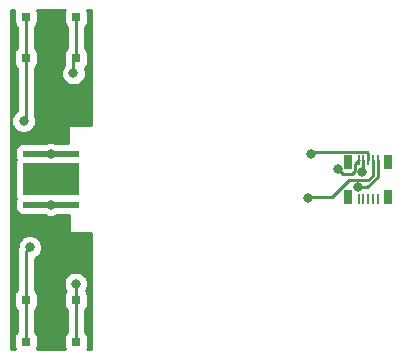
<source format=gbr>
%TF.GenerationSoftware,KiCad,Pcbnew,(5.99.0-2309-gaf729d578)*%
%TF.CreationDate,2020-08-02T15:34:59-04:00*%
%TF.ProjectId,flex,666c6578-2e6b-4696-9361-645f70636258,rev?*%
%TF.SameCoordinates,Original*%
%TF.FileFunction,Copper,L2,Bot*%
%TF.FilePolarity,Positive*%
%FSLAX46Y46*%
G04 Gerber Fmt 4.6, Leading zero omitted, Abs format (unit mm)*
G04 Created by KiCad (PCBNEW (5.99.0-2309-gaf729d578)) date 2020-08-02 15:34:59*
%MOMM*%
%LPD*%
G01*
G04 APERTURE LIST*
%TA.AperFunction,SMDPad,CuDef*%
%ADD10R,0.750000X0.700000*%
%TD*%
%TA.AperFunction,SMDPad,CuDef*%
%ADD11R,0.700000X1.200000*%
%TD*%
%TA.AperFunction,SMDPad,CuDef*%
%ADD12R,0.230000X0.920000*%
%TD*%
%TA.AperFunction,SMDPad,CuDef*%
%ADD13R,4.780000X2.780000*%
%TD*%
%TA.AperFunction,SMDPad,CuDef*%
%ADD14R,4.780000X0.500000*%
%TD*%
%TA.AperFunction,ViaPad*%
%ADD15C,0.800000*%
%TD*%
%TA.AperFunction,Conductor*%
%ADD16C,0.250000*%
%TD*%
%TA.AperFunction,NonConductor*%
%ADD17C,0.254000*%
%TD*%
G04 APERTURE END LIST*
D10*
%TO.P,SW2,2,2*%
%TO.N,GND*%
X-13125000Y-33750000D03*
%TO.P,SW2,1,1*%
%TO.N,BUTTON4*%
X-8875000Y-33750000D03*
%TO.P,SW2,2,2*%
%TO.N,GND*%
X-13125000Y-30250000D03*
%TO.P,SW2,1,1*%
%TO.N,BUTTON4*%
X-8875000Y-30250000D03*
%TD*%
%TO.P,SW1,2,2*%
%TO.N,GND*%
X-13125000Y-9750000D03*
%TO.P,SW1,1,1*%
%TO.N,BUTTON2*%
X-8875000Y-9750000D03*
%TO.P,SW1,2,2*%
%TO.N,GND*%
X-13125000Y-6250000D03*
%TO.P,SW1,1,1*%
%TO.N,BUTTON2*%
X-8875000Y-6250000D03*
%TD*%
D11*
%TO.P,P1,P2*%
%TO.N,N/C*%
X17570000Y-21500000D03*
%TO.P,P1,P4*%
X17570000Y-18500000D03*
%TO.P,P1,P3*%
X14170000Y-18500000D03*
%TO.P,P1,P1*%
X14170000Y-21500000D03*
D12*
%TO.P,P1,9,9*%
%TO.N,GND*%
X16670000Y-18360000D03*
%TO.P,P1,1,1*%
%TO.N,VIN*%
X15070000Y-18360000D03*
%TO.P,P1,7,7*%
%TO.N,BUTTON4*%
X16270000Y-18360000D03*
%TO.P,P1,3,3*%
%TO.N,FLASHLIGHT*%
X15470000Y-18360000D03*
%TO.P,P1,5,5*%
%TO.N,BUTTON2*%
X15870000Y-18360000D03*
%TO.P,P1,10,10*%
%TO.N,Net-(P1-Pad10)*%
X16670000Y-21640000D03*
%TO.P,P1,2,2*%
%TO.N,VCC*%
X15070000Y-21640000D03*
%TO.P,P1,8,8*%
%TO.N,Net-(P1-Pad8)*%
X16270000Y-21640000D03*
%TO.P,P1,4,4*%
%TO.N,Net-(P1-Pad4)*%
X15470000Y-21640000D03*
%TO.P,P1,6,6*%
%TO.N,Net-(P1-Pad6)*%
X15870000Y-21640000D03*
%TD*%
D13*
%TO.P,D1,*%
%TO.N,*%
X-11000000Y-20000000D03*
D14*
%TO.P,D1,2,A*%
%TO.N,Net-(D1-Pad2)*%
X-11000000Y-22140000D03*
%TO.P,D1,1,K*%
%TO.N,Net-(D1-Pad1)*%
X-11000000Y-17860000D03*
%TD*%
D15*
%TO.N,GND*%
X-13309600Y-15062200D03*
X-12776200Y-25755600D03*
%TO.N,BUTTON4*%
X10744200Y-21564600D03*
%TO.N,GND*%
X15018922Y-20691010D03*
%TO.N,FLASHLIGHT*%
X15366608Y-19345142D03*
%TO.N,BUTTON4*%
X-8890000Y-28854400D03*
%TO.N,BUTTON2*%
X-9093200Y-11023600D03*
X11049000Y-17881600D03*
%TO.N,Net-(D1-Pad2)*%
X-11000000Y-22140000D03*
%TO.N,Net-(D1-Pad1)*%
X-11000000Y-17860000D03*
%TO.N,VIN*%
X13320883Y-19129709D03*
%TD*%
D16*
%TO.N,GND*%
X-13125000Y-9750000D02*
X-13125000Y-14877600D01*
X-13125000Y-14877600D02*
X-13309600Y-15062200D01*
X-13125000Y-30250000D02*
X-13125000Y-26104400D01*
X-13125000Y-26104400D02*
X-12776200Y-25755600D01*
%TO.N,VIN*%
X14745001Y-19280001D02*
X14495294Y-19529708D01*
%TO.N,GND*%
X16670000Y-18360000D02*
X16670000Y-19786611D01*
%TO.N,BUTTON4*%
X16270000Y-18360000D02*
X16270000Y-19691621D01*
%TO.N,GND*%
X15765601Y-20691010D02*
X15018922Y-20691010D01*
%TO.N,BUTTON4*%
X12775798Y-21539200D02*
X12014200Y-21539200D01*
X16270000Y-19691621D02*
X15895612Y-20066009D01*
X12014200Y-21539200D02*
X10769600Y-21539200D01*
%TO.N,VIN*%
X13720882Y-19529708D02*
X13320883Y-19129709D01*
%TO.N,BUTTON4*%
X10769600Y-21539200D02*
X10744200Y-21564600D01*
%TO.N,VIN*%
X14745001Y-18684999D02*
X14745001Y-19280001D01*
%TO.N,BUTTON4*%
X-8890000Y-28854400D02*
X-8890000Y-30235000D01*
%TO.N,VIN*%
X14495294Y-19529708D02*
X13720882Y-19529708D01*
%TO.N,BUTTON4*%
X15895612Y-20066009D02*
X14248989Y-20066009D01*
X14248989Y-20066009D02*
X12775798Y-21539200D01*
%TO.N,FLASHLIGHT*%
X15470000Y-19241750D02*
X15366608Y-19345142D01*
X15470000Y-18360000D02*
X15470000Y-19241750D01*
%TO.N,GND*%
X16670000Y-19786611D02*
X15765601Y-20691010D01*
%TO.N,VIN*%
X15070000Y-18360000D02*
X14745001Y-18684999D01*
%TO.N,BUTTON4*%
X-8890000Y-30235000D02*
X-8875000Y-30250000D01*
%TO.N,BUTTON2*%
X-9093200Y-9968200D02*
X-8875000Y-9750000D01*
X15870000Y-18360000D02*
X15870000Y-17779998D01*
X15870000Y-17779998D02*
X15743002Y-17653000D01*
X15743002Y-17653000D02*
X11277600Y-17653000D01*
X11277600Y-17653000D02*
X11049000Y-17881600D01*
X-9093200Y-11023600D02*
X-9093200Y-9968200D01*
%TO.N,GND*%
X-13125000Y-30250000D02*
X-13125000Y-33750000D01*
%TO.N,BUTTON4*%
X-8875000Y-30250000D02*
X-8875000Y-33750000D01*
%TO.N,GND*%
X-13125000Y-6250000D02*
X-13125000Y-9750000D01*
%TO.N,BUTTON2*%
X-8875000Y-9750000D02*
X-8875000Y-6250000D01*
%TD*%
D17*
X-14099359Y-5670120D02*
X-14106900Y-5690837D01*
X-14140878Y-5883538D01*
X-14141837Y-5894499D01*
X-14141837Y-6608258D01*
X-14139681Y-6624634D01*
X-14064863Y-6903858D01*
X-14052120Y-6928338D01*
X-13921010Y-7084590D01*
X-13904121Y-7098762D01*
X-13886000Y-7109224D01*
X-13885999Y-8896263D01*
X-13984590Y-8978990D01*
X-13998761Y-8995879D01*
X-14099359Y-9170120D01*
X-14106900Y-9190837D01*
X-14140878Y-9383538D01*
X-14141837Y-9394499D01*
X-14141837Y-10108258D01*
X-14139681Y-10124634D01*
X-14064863Y-10403859D01*
X-14052120Y-10428339D01*
X-13921010Y-10584590D01*
X-13904120Y-10598762D01*
X-13886000Y-10609223D01*
X-13885999Y-14198715D01*
X-13938505Y-14229029D01*
X-13951609Y-14239084D01*
X-14132716Y-14420191D01*
X-14142771Y-14433295D01*
X-14270833Y-14655105D01*
X-14277154Y-14670365D01*
X-14343444Y-14917762D01*
X-14345600Y-14934138D01*
X-14345600Y-15190262D01*
X-14343444Y-15206638D01*
X-14277154Y-15454035D01*
X-14270833Y-15469295D01*
X-14142771Y-15691105D01*
X-14132716Y-15704209D01*
X-13951609Y-15885316D01*
X-13938505Y-15895371D01*
X-13716695Y-16023433D01*
X-13701435Y-16029754D01*
X-13454038Y-16096044D01*
X-13437662Y-16098200D01*
X-13181538Y-16098200D01*
X-13165162Y-16096044D01*
X-12917765Y-16029754D01*
X-12902505Y-16023433D01*
X-12680695Y-15895371D01*
X-12667591Y-15885316D01*
X-12486484Y-15704209D01*
X-12476429Y-15691105D01*
X-12348367Y-15469295D01*
X-12342046Y-15454035D01*
X-12275756Y-15206638D01*
X-12273600Y-15190262D01*
X-12273600Y-14934138D01*
X-12275756Y-14917762D01*
X-12342046Y-14670365D01*
X-12348367Y-14655105D01*
X-12364000Y-14628028D01*
X-12364000Y-10603736D01*
X-12265410Y-10521010D01*
X-12251239Y-10504121D01*
X-12150641Y-10329880D01*
X-12143100Y-10309163D01*
X-12109122Y-10116462D01*
X-12108163Y-10105501D01*
X-12108163Y-9391742D01*
X-12110319Y-9375366D01*
X-12185137Y-9096142D01*
X-12197880Y-9071662D01*
X-12328990Y-8915410D01*
X-12345879Y-8901238D01*
X-12364000Y-8890776D01*
X-12364000Y-7103736D01*
X-12265410Y-7021010D01*
X-12251239Y-7004121D01*
X-12150641Y-6829880D01*
X-12143100Y-6809163D01*
X-12109122Y-6616462D01*
X-12108163Y-6605501D01*
X-12108163Y-5891742D01*
X-12110319Y-5875366D01*
X-12174993Y-5634000D01*
X-9828505Y-5634000D01*
X-9849359Y-5670120D01*
X-9856900Y-5690837D01*
X-9890878Y-5883538D01*
X-9891837Y-5894499D01*
X-9891837Y-6608258D01*
X-9889681Y-6624634D01*
X-9814863Y-6903858D01*
X-9802120Y-6928338D01*
X-9671010Y-7084590D01*
X-9654121Y-7098761D01*
X-9635999Y-7109224D01*
X-9636000Y-8896264D01*
X-9734590Y-8978990D01*
X-9748761Y-8995879D01*
X-9849359Y-9170120D01*
X-9856900Y-9190837D01*
X-9890878Y-9383538D01*
X-9891837Y-9394499D01*
X-9891837Y-10108259D01*
X-9889681Y-10124634D01*
X-9854199Y-10257055D01*
X-9854199Y-10319475D01*
X-9916316Y-10381591D01*
X-9926371Y-10394695D01*
X-10054433Y-10616505D01*
X-10060754Y-10631765D01*
X-10127044Y-10879162D01*
X-10129200Y-10895538D01*
X-10129200Y-11151662D01*
X-10127044Y-11168038D01*
X-10060754Y-11415435D01*
X-10054433Y-11430695D01*
X-9926371Y-11652505D01*
X-9916316Y-11665609D01*
X-9735209Y-11846716D01*
X-9722105Y-11856771D01*
X-9500295Y-11984833D01*
X-9485035Y-11991154D01*
X-9237638Y-12057444D01*
X-9221262Y-12059600D01*
X-8965138Y-12059600D01*
X-8948762Y-12057444D01*
X-8701365Y-11991154D01*
X-8686105Y-11984833D01*
X-8464295Y-11856771D01*
X-8451191Y-11846716D01*
X-8270084Y-11665609D01*
X-8260029Y-11652505D01*
X-8131967Y-11430695D01*
X-8125646Y-11415435D01*
X-8059356Y-11168038D01*
X-8057200Y-11151662D01*
X-8057200Y-10895538D01*
X-8059356Y-10879162D01*
X-8125646Y-10631765D01*
X-8131258Y-10618217D01*
X-8015410Y-10521010D01*
X-8001239Y-10504121D01*
X-7900641Y-10329880D01*
X-7893100Y-10309163D01*
X-7859122Y-10116462D01*
X-7858163Y-10105501D01*
X-7858163Y-9391742D01*
X-7860319Y-9375366D01*
X-7935137Y-9096142D01*
X-7947880Y-9071662D01*
X-8078990Y-8915410D01*
X-8095879Y-8901238D01*
X-8114000Y-8890776D01*
X-8114000Y-7103736D01*
X-8015410Y-7021010D01*
X-8001239Y-7004121D01*
X-7900641Y-6829880D01*
X-7893100Y-6809163D01*
X-7859122Y-6616462D01*
X-7858163Y-6605501D01*
X-7858163Y-5891742D01*
X-7860319Y-5875366D01*
X-7924993Y-5634000D01*
X-7633999Y-5634000D01*
X-7634000Y-15430769D01*
X-9452191Y-15430769D01*
X-9526000Y-15504578D01*
X-9526000Y-16968163D01*
X-10472708Y-16968163D01*
X-10592905Y-16898767D01*
X-10608165Y-16892446D01*
X-10855562Y-16826156D01*
X-10871938Y-16824000D01*
X-11128062Y-16824000D01*
X-11144438Y-16826156D01*
X-11391835Y-16892446D01*
X-11407095Y-16898767D01*
X-11527292Y-16968163D01*
X-13398258Y-16968163D01*
X-13414634Y-16970319D01*
X-13693859Y-17045137D01*
X-13718339Y-17057880D01*
X-13874590Y-17188990D01*
X-13888761Y-17205879D01*
X-13989359Y-17380120D01*
X-13996900Y-17400837D01*
X-14030878Y-17593538D01*
X-14031837Y-17604499D01*
X-14031837Y-18118258D01*
X-14029681Y-18134634D01*
X-13971973Y-18350006D01*
X-13989359Y-18380120D01*
X-13996900Y-18400837D01*
X-14030878Y-18593538D01*
X-14031837Y-18604499D01*
X-14031837Y-21398258D01*
X-14029681Y-21414634D01*
X-13971973Y-21630006D01*
X-13989359Y-21660120D01*
X-13996900Y-21680837D01*
X-14030878Y-21873538D01*
X-14031837Y-21884499D01*
X-14031837Y-22398258D01*
X-14029681Y-22414634D01*
X-13954863Y-22693859D01*
X-13942120Y-22718339D01*
X-13811010Y-22874590D01*
X-13794121Y-22888761D01*
X-13619880Y-22989359D01*
X-13599163Y-22996900D01*
X-13406462Y-23030878D01*
X-13395501Y-23031837D01*
X-11527292Y-23031837D01*
X-11407095Y-23101233D01*
X-11391835Y-23107554D01*
X-11144438Y-23173844D01*
X-11128062Y-23176000D01*
X-10871938Y-23176000D01*
X-10855562Y-23173844D01*
X-10608165Y-23107554D01*
X-10592905Y-23101233D01*
X-10472708Y-23031837D01*
X-9426000Y-23031837D01*
X-9426000Y-24452191D01*
X-9352191Y-24526000D01*
X-7633999Y-24526000D01*
X-7634000Y-34366000D01*
X-7921495Y-34366000D01*
X-7900641Y-34329880D01*
X-7893100Y-34309163D01*
X-7859122Y-34116462D01*
X-7858163Y-34105501D01*
X-7858163Y-33391742D01*
X-7860319Y-33375366D01*
X-7935137Y-33096142D01*
X-7947880Y-33071662D01*
X-8078990Y-32915410D01*
X-8095879Y-32901238D01*
X-8114000Y-32890776D01*
X-8114000Y-31103736D01*
X-8015410Y-31021010D01*
X-8001239Y-31004121D01*
X-7900641Y-30829880D01*
X-7893100Y-30809163D01*
X-7859122Y-30616462D01*
X-7858163Y-30605501D01*
X-7858163Y-29891742D01*
X-7860319Y-29875366D01*
X-7935137Y-29596142D01*
X-7947880Y-29571662D01*
X-8042641Y-29458730D01*
X-7928767Y-29261495D01*
X-7922446Y-29246235D01*
X-7856156Y-28998838D01*
X-7854000Y-28982462D01*
X-7854000Y-28726338D01*
X-7856156Y-28709962D01*
X-7922446Y-28462565D01*
X-7928767Y-28447305D01*
X-8056829Y-28225495D01*
X-8066884Y-28212391D01*
X-8247991Y-28031284D01*
X-8261095Y-28021229D01*
X-8482905Y-27893167D01*
X-8498165Y-27886846D01*
X-8745562Y-27820556D01*
X-8761938Y-27818400D01*
X-9018062Y-27818400D01*
X-9034438Y-27820556D01*
X-9281835Y-27886846D01*
X-9297095Y-27893167D01*
X-9518905Y-28021229D01*
X-9532009Y-28031284D01*
X-9713116Y-28212391D01*
X-9723171Y-28225495D01*
X-9851233Y-28447305D01*
X-9857554Y-28462565D01*
X-9923844Y-28709962D01*
X-9926000Y-28726338D01*
X-9926000Y-28982462D01*
X-9923844Y-28998838D01*
X-9857554Y-29246235D01*
X-9851233Y-29261495D01*
X-9728576Y-29473944D01*
X-9734590Y-29478990D01*
X-9748761Y-29495879D01*
X-9849359Y-29670120D01*
X-9856900Y-29690837D01*
X-9890878Y-29883538D01*
X-9891837Y-29894499D01*
X-9891837Y-30608258D01*
X-9889681Y-30624634D01*
X-9814863Y-30903859D01*
X-9802120Y-30928339D01*
X-9671010Y-31084590D01*
X-9654120Y-31098762D01*
X-9636000Y-31109223D01*
X-9635999Y-32896263D01*
X-9734590Y-32978990D01*
X-9748761Y-32995879D01*
X-9849359Y-33170120D01*
X-9856900Y-33190837D01*
X-9890878Y-33383538D01*
X-9891837Y-33394499D01*
X-9891837Y-34108258D01*
X-9889681Y-34124634D01*
X-9825007Y-34366000D01*
X-12171495Y-34366000D01*
X-12150641Y-34329880D01*
X-12143100Y-34309163D01*
X-12109122Y-34116462D01*
X-12108163Y-34105501D01*
X-12108163Y-33391742D01*
X-12110319Y-33375366D01*
X-12185137Y-33096142D01*
X-12197880Y-33071662D01*
X-12328990Y-32915410D01*
X-12345879Y-32901238D01*
X-12364000Y-32890776D01*
X-12364000Y-31103736D01*
X-12265410Y-31021010D01*
X-12251239Y-31004121D01*
X-12150641Y-30829880D01*
X-12143100Y-30809163D01*
X-12109122Y-30616462D01*
X-12108163Y-30605501D01*
X-12108163Y-29891742D01*
X-12110319Y-29875366D01*
X-12185137Y-29596142D01*
X-12197880Y-29571662D01*
X-12328990Y-29415410D01*
X-12345879Y-29401238D01*
X-12364000Y-29390776D01*
X-12364000Y-26713886D01*
X-12147295Y-26588771D01*
X-12134191Y-26578716D01*
X-11953084Y-26397609D01*
X-11943029Y-26384505D01*
X-11814967Y-26162695D01*
X-11808646Y-26147435D01*
X-11742356Y-25900038D01*
X-11740200Y-25883662D01*
X-11740200Y-25627538D01*
X-11742356Y-25611162D01*
X-11808646Y-25363765D01*
X-11814967Y-25348505D01*
X-11943029Y-25126695D01*
X-11953084Y-25113591D01*
X-12134191Y-24932484D01*
X-12147295Y-24922429D01*
X-12369105Y-24794367D01*
X-12384365Y-24788046D01*
X-12631762Y-24721756D01*
X-12648138Y-24719600D01*
X-12904262Y-24719600D01*
X-12920638Y-24721756D01*
X-13168035Y-24788046D01*
X-13183295Y-24794367D01*
X-13405105Y-24922429D01*
X-13418209Y-24932484D01*
X-13599316Y-25113591D01*
X-13609371Y-25126695D01*
X-13737433Y-25348505D01*
X-13743754Y-25363765D01*
X-13810044Y-25611162D01*
X-13812200Y-25627538D01*
X-13812200Y-25759425D01*
X-13814611Y-25764157D01*
X-13830247Y-25812282D01*
X-13853217Y-25857360D01*
X-13859346Y-25876223D01*
X-13867261Y-25926201D01*
X-13882897Y-25974322D01*
X-13885999Y-25993911D01*
X-13885999Y-26054426D01*
X-13886000Y-29396264D01*
X-13984590Y-29478990D01*
X-13998761Y-29495879D01*
X-14099359Y-29670120D01*
X-14106900Y-29690837D01*
X-14140878Y-29883538D01*
X-14141837Y-29894499D01*
X-14141837Y-30608258D01*
X-14139681Y-30624634D01*
X-14064863Y-30903859D01*
X-14052120Y-30928339D01*
X-13921010Y-31084590D01*
X-13904120Y-31098762D01*
X-13886000Y-31109223D01*
X-13885999Y-32896263D01*
X-13984590Y-32978990D01*
X-13998761Y-32995879D01*
X-14099359Y-33170120D01*
X-14106900Y-33190837D01*
X-14140878Y-33383538D01*
X-14141837Y-33394499D01*
X-14141837Y-34108258D01*
X-14139681Y-34124634D01*
X-14075007Y-34366000D01*
X-14366000Y-34366000D01*
X-14366000Y-5634000D01*
X-14078505Y-5634000D01*
X-14099359Y-5670120D01*
%TA.AperFunction,NonConductor*%
G36*
X-14099359Y-5670120D02*
G01*
X-14106900Y-5690837D01*
X-14140878Y-5883538D01*
X-14141837Y-5894499D01*
X-14141837Y-6608258D01*
X-14139681Y-6624634D01*
X-14064863Y-6903858D01*
X-14052120Y-6928338D01*
X-13921010Y-7084590D01*
X-13904121Y-7098762D01*
X-13886000Y-7109224D01*
X-13885999Y-8896263D01*
X-13984590Y-8978990D01*
X-13998761Y-8995879D01*
X-14099359Y-9170120D01*
X-14106900Y-9190837D01*
X-14140878Y-9383538D01*
X-14141837Y-9394499D01*
X-14141837Y-10108258D01*
X-14139681Y-10124634D01*
X-14064863Y-10403859D01*
X-14052120Y-10428339D01*
X-13921010Y-10584590D01*
X-13904120Y-10598762D01*
X-13886000Y-10609223D01*
X-13885999Y-14198715D01*
X-13938505Y-14229029D01*
X-13951609Y-14239084D01*
X-14132716Y-14420191D01*
X-14142771Y-14433295D01*
X-14270833Y-14655105D01*
X-14277154Y-14670365D01*
X-14343444Y-14917762D01*
X-14345600Y-14934138D01*
X-14345600Y-15190262D01*
X-14343444Y-15206638D01*
X-14277154Y-15454035D01*
X-14270833Y-15469295D01*
X-14142771Y-15691105D01*
X-14132716Y-15704209D01*
X-13951609Y-15885316D01*
X-13938505Y-15895371D01*
X-13716695Y-16023433D01*
X-13701435Y-16029754D01*
X-13454038Y-16096044D01*
X-13437662Y-16098200D01*
X-13181538Y-16098200D01*
X-13165162Y-16096044D01*
X-12917765Y-16029754D01*
X-12902505Y-16023433D01*
X-12680695Y-15895371D01*
X-12667591Y-15885316D01*
X-12486484Y-15704209D01*
X-12476429Y-15691105D01*
X-12348367Y-15469295D01*
X-12342046Y-15454035D01*
X-12275756Y-15206638D01*
X-12273600Y-15190262D01*
X-12273600Y-14934138D01*
X-12275756Y-14917762D01*
X-12342046Y-14670365D01*
X-12348367Y-14655105D01*
X-12364000Y-14628028D01*
X-12364000Y-10603736D01*
X-12265410Y-10521010D01*
X-12251239Y-10504121D01*
X-12150641Y-10329880D01*
X-12143100Y-10309163D01*
X-12109122Y-10116462D01*
X-12108163Y-10105501D01*
X-12108163Y-9391742D01*
X-12110319Y-9375366D01*
X-12185137Y-9096142D01*
X-12197880Y-9071662D01*
X-12328990Y-8915410D01*
X-12345879Y-8901238D01*
X-12364000Y-8890776D01*
X-12364000Y-7103736D01*
X-12265410Y-7021010D01*
X-12251239Y-7004121D01*
X-12150641Y-6829880D01*
X-12143100Y-6809163D01*
X-12109122Y-6616462D01*
X-12108163Y-6605501D01*
X-12108163Y-5891742D01*
X-12110319Y-5875366D01*
X-12174993Y-5634000D01*
X-9828505Y-5634000D01*
X-9849359Y-5670120D01*
X-9856900Y-5690837D01*
X-9890878Y-5883538D01*
X-9891837Y-5894499D01*
X-9891837Y-6608258D01*
X-9889681Y-6624634D01*
X-9814863Y-6903858D01*
X-9802120Y-6928338D01*
X-9671010Y-7084590D01*
X-9654121Y-7098761D01*
X-9635999Y-7109224D01*
X-9636000Y-8896264D01*
X-9734590Y-8978990D01*
X-9748761Y-8995879D01*
X-9849359Y-9170120D01*
X-9856900Y-9190837D01*
X-9890878Y-9383538D01*
X-9891837Y-9394499D01*
X-9891837Y-10108259D01*
X-9889681Y-10124634D01*
X-9854199Y-10257055D01*
X-9854199Y-10319475D01*
X-9916316Y-10381591D01*
X-9926371Y-10394695D01*
X-10054433Y-10616505D01*
X-10060754Y-10631765D01*
X-10127044Y-10879162D01*
X-10129200Y-10895538D01*
X-10129200Y-11151662D01*
X-10127044Y-11168038D01*
X-10060754Y-11415435D01*
X-10054433Y-11430695D01*
X-9926371Y-11652505D01*
X-9916316Y-11665609D01*
X-9735209Y-11846716D01*
X-9722105Y-11856771D01*
X-9500295Y-11984833D01*
X-9485035Y-11991154D01*
X-9237638Y-12057444D01*
X-9221262Y-12059600D01*
X-8965138Y-12059600D01*
X-8948762Y-12057444D01*
X-8701365Y-11991154D01*
X-8686105Y-11984833D01*
X-8464295Y-11856771D01*
X-8451191Y-11846716D01*
X-8270084Y-11665609D01*
X-8260029Y-11652505D01*
X-8131967Y-11430695D01*
X-8125646Y-11415435D01*
X-8059356Y-11168038D01*
X-8057200Y-11151662D01*
X-8057200Y-10895538D01*
X-8059356Y-10879162D01*
X-8125646Y-10631765D01*
X-8131258Y-10618217D01*
X-8015410Y-10521010D01*
X-8001239Y-10504121D01*
X-7900641Y-10329880D01*
X-7893100Y-10309163D01*
X-7859122Y-10116462D01*
X-7858163Y-10105501D01*
X-7858163Y-9391742D01*
X-7860319Y-9375366D01*
X-7935137Y-9096142D01*
X-7947880Y-9071662D01*
X-8078990Y-8915410D01*
X-8095879Y-8901238D01*
X-8114000Y-8890776D01*
X-8114000Y-7103736D01*
X-8015410Y-7021010D01*
X-8001239Y-7004121D01*
X-7900641Y-6829880D01*
X-7893100Y-6809163D01*
X-7859122Y-6616462D01*
X-7858163Y-6605501D01*
X-7858163Y-5891742D01*
X-7860319Y-5875366D01*
X-7924993Y-5634000D01*
X-7633999Y-5634000D01*
X-7634000Y-15430769D01*
X-9452191Y-15430769D01*
X-9526000Y-15504578D01*
X-9526000Y-16968163D01*
X-10472708Y-16968163D01*
X-10592905Y-16898767D01*
X-10608165Y-16892446D01*
X-10855562Y-16826156D01*
X-10871938Y-16824000D01*
X-11128062Y-16824000D01*
X-11144438Y-16826156D01*
X-11391835Y-16892446D01*
X-11407095Y-16898767D01*
X-11527292Y-16968163D01*
X-13398258Y-16968163D01*
X-13414634Y-16970319D01*
X-13693859Y-17045137D01*
X-13718339Y-17057880D01*
X-13874590Y-17188990D01*
X-13888761Y-17205879D01*
X-13989359Y-17380120D01*
X-13996900Y-17400837D01*
X-14030878Y-17593538D01*
X-14031837Y-17604499D01*
X-14031837Y-18118258D01*
X-14029681Y-18134634D01*
X-13971973Y-18350006D01*
X-13989359Y-18380120D01*
X-13996900Y-18400837D01*
X-14030878Y-18593538D01*
X-14031837Y-18604499D01*
X-14031837Y-21398258D01*
X-14029681Y-21414634D01*
X-13971973Y-21630006D01*
X-13989359Y-21660120D01*
X-13996900Y-21680837D01*
X-14030878Y-21873538D01*
X-14031837Y-21884499D01*
X-14031837Y-22398258D01*
X-14029681Y-22414634D01*
X-13954863Y-22693859D01*
X-13942120Y-22718339D01*
X-13811010Y-22874590D01*
X-13794121Y-22888761D01*
X-13619880Y-22989359D01*
X-13599163Y-22996900D01*
X-13406462Y-23030878D01*
X-13395501Y-23031837D01*
X-11527292Y-23031837D01*
X-11407095Y-23101233D01*
X-11391835Y-23107554D01*
X-11144438Y-23173844D01*
X-11128062Y-23176000D01*
X-10871938Y-23176000D01*
X-10855562Y-23173844D01*
X-10608165Y-23107554D01*
X-10592905Y-23101233D01*
X-10472708Y-23031837D01*
X-9426000Y-23031837D01*
X-9426000Y-24452191D01*
X-9352191Y-24526000D01*
X-7633999Y-24526000D01*
X-7634000Y-34366000D01*
X-7921495Y-34366000D01*
X-7900641Y-34329880D01*
X-7893100Y-34309163D01*
X-7859122Y-34116462D01*
X-7858163Y-34105501D01*
X-7858163Y-33391742D01*
X-7860319Y-33375366D01*
X-7935137Y-33096142D01*
X-7947880Y-33071662D01*
X-8078990Y-32915410D01*
X-8095879Y-32901238D01*
X-8114000Y-32890776D01*
X-8114000Y-31103736D01*
X-8015410Y-31021010D01*
X-8001239Y-31004121D01*
X-7900641Y-30829880D01*
X-7893100Y-30809163D01*
X-7859122Y-30616462D01*
X-7858163Y-30605501D01*
X-7858163Y-29891742D01*
X-7860319Y-29875366D01*
X-7935137Y-29596142D01*
X-7947880Y-29571662D01*
X-8042641Y-29458730D01*
X-7928767Y-29261495D01*
X-7922446Y-29246235D01*
X-7856156Y-28998838D01*
X-7854000Y-28982462D01*
X-7854000Y-28726338D01*
X-7856156Y-28709962D01*
X-7922446Y-28462565D01*
X-7928767Y-28447305D01*
X-8056829Y-28225495D01*
X-8066884Y-28212391D01*
X-8247991Y-28031284D01*
X-8261095Y-28021229D01*
X-8482905Y-27893167D01*
X-8498165Y-27886846D01*
X-8745562Y-27820556D01*
X-8761938Y-27818400D01*
X-9018062Y-27818400D01*
X-9034438Y-27820556D01*
X-9281835Y-27886846D01*
X-9297095Y-27893167D01*
X-9518905Y-28021229D01*
X-9532009Y-28031284D01*
X-9713116Y-28212391D01*
X-9723171Y-28225495D01*
X-9851233Y-28447305D01*
X-9857554Y-28462565D01*
X-9923844Y-28709962D01*
X-9926000Y-28726338D01*
X-9926000Y-28982462D01*
X-9923844Y-28998838D01*
X-9857554Y-29246235D01*
X-9851233Y-29261495D01*
X-9728576Y-29473944D01*
X-9734590Y-29478990D01*
X-9748761Y-29495879D01*
X-9849359Y-29670120D01*
X-9856900Y-29690837D01*
X-9890878Y-29883538D01*
X-9891837Y-29894499D01*
X-9891837Y-30608258D01*
X-9889681Y-30624634D01*
X-9814863Y-30903859D01*
X-9802120Y-30928339D01*
X-9671010Y-31084590D01*
X-9654120Y-31098762D01*
X-9636000Y-31109223D01*
X-9635999Y-32896263D01*
X-9734590Y-32978990D01*
X-9748761Y-32995879D01*
X-9849359Y-33170120D01*
X-9856900Y-33190837D01*
X-9890878Y-33383538D01*
X-9891837Y-33394499D01*
X-9891837Y-34108258D01*
X-9889681Y-34124634D01*
X-9825007Y-34366000D01*
X-12171495Y-34366000D01*
X-12150641Y-34329880D01*
X-12143100Y-34309163D01*
X-12109122Y-34116462D01*
X-12108163Y-34105501D01*
X-12108163Y-33391742D01*
X-12110319Y-33375366D01*
X-12185137Y-33096142D01*
X-12197880Y-33071662D01*
X-12328990Y-32915410D01*
X-12345879Y-32901238D01*
X-12364000Y-32890776D01*
X-12364000Y-31103736D01*
X-12265410Y-31021010D01*
X-12251239Y-31004121D01*
X-12150641Y-30829880D01*
X-12143100Y-30809163D01*
X-12109122Y-30616462D01*
X-12108163Y-30605501D01*
X-12108163Y-29891742D01*
X-12110319Y-29875366D01*
X-12185137Y-29596142D01*
X-12197880Y-29571662D01*
X-12328990Y-29415410D01*
X-12345879Y-29401238D01*
X-12364000Y-29390776D01*
X-12364000Y-26713886D01*
X-12147295Y-26588771D01*
X-12134191Y-26578716D01*
X-11953084Y-26397609D01*
X-11943029Y-26384505D01*
X-11814967Y-26162695D01*
X-11808646Y-26147435D01*
X-11742356Y-25900038D01*
X-11740200Y-25883662D01*
X-11740200Y-25627538D01*
X-11742356Y-25611162D01*
X-11808646Y-25363765D01*
X-11814967Y-25348505D01*
X-11943029Y-25126695D01*
X-11953084Y-25113591D01*
X-12134191Y-24932484D01*
X-12147295Y-24922429D01*
X-12369105Y-24794367D01*
X-12384365Y-24788046D01*
X-12631762Y-24721756D01*
X-12648138Y-24719600D01*
X-12904262Y-24719600D01*
X-12920638Y-24721756D01*
X-13168035Y-24788046D01*
X-13183295Y-24794367D01*
X-13405105Y-24922429D01*
X-13418209Y-24932484D01*
X-13599316Y-25113591D01*
X-13609371Y-25126695D01*
X-13737433Y-25348505D01*
X-13743754Y-25363765D01*
X-13810044Y-25611162D01*
X-13812200Y-25627538D01*
X-13812200Y-25759425D01*
X-13814611Y-25764157D01*
X-13830247Y-25812282D01*
X-13853217Y-25857360D01*
X-13859346Y-25876223D01*
X-13867261Y-25926201D01*
X-13882897Y-25974322D01*
X-13885999Y-25993911D01*
X-13885999Y-26054426D01*
X-13886000Y-29396264D01*
X-13984590Y-29478990D01*
X-13998761Y-29495879D01*
X-14099359Y-29670120D01*
X-14106900Y-29690837D01*
X-14140878Y-29883538D01*
X-14141837Y-29894499D01*
X-14141837Y-30608258D01*
X-14139681Y-30624634D01*
X-14064863Y-30903859D01*
X-14052120Y-30928339D01*
X-13921010Y-31084590D01*
X-13904120Y-31098762D01*
X-13886000Y-31109223D01*
X-13885999Y-32896263D01*
X-13984590Y-32978990D01*
X-13998761Y-32995879D01*
X-14099359Y-33170120D01*
X-14106900Y-33190837D01*
X-14140878Y-33383538D01*
X-14141837Y-33394499D01*
X-14141837Y-34108258D01*
X-14139681Y-34124634D01*
X-14075007Y-34366000D01*
X-14366000Y-34366000D01*
X-14366000Y-5634000D01*
X-14078505Y-5634000D01*
X-14099359Y-5670120D01*
G37*
%TD.AperFunction*%
M02*

</source>
